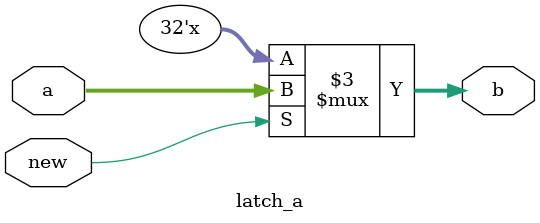
<source format=v>
module latch_a( 
input [31:0] a,
input new,
output [31:0] b

);

always @(*) begin
	if(new) begin
		b<=a;
	end
	else begin
		b<=b;
	end
end  

endmodule 
</source>
